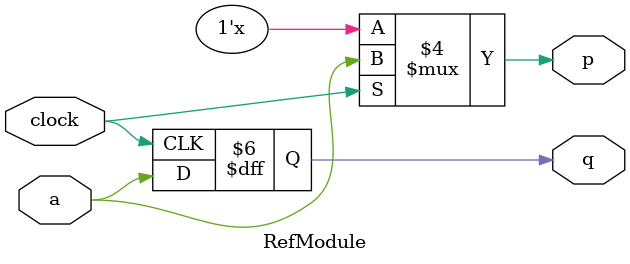
<source format=v>
module RefModule (
  input clock,
  input a,
  output reg p,
  output reg q
);

  always @(negedge clock)
    q <= a;

  always @(*)
    if (clock)
      p = a;

endmodule


</source>
